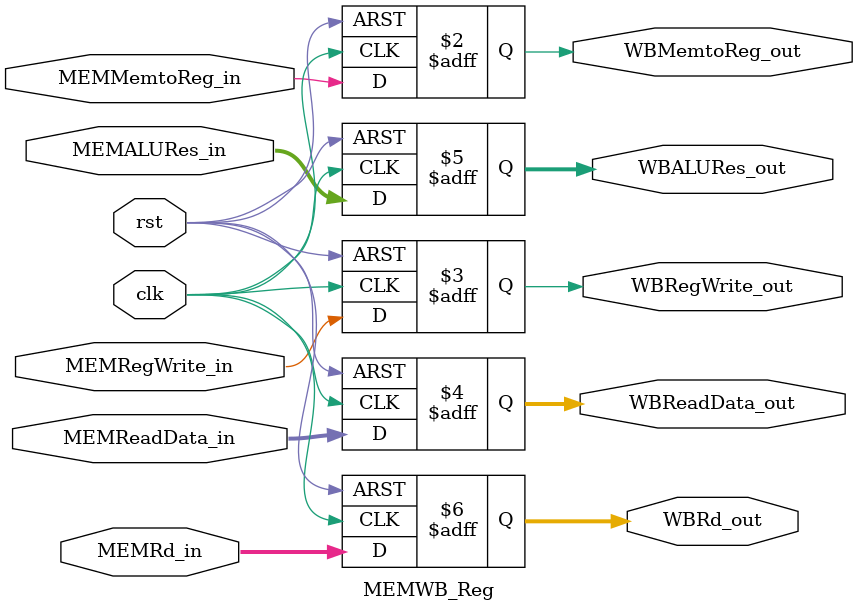
<source format=v>
module MEMWB_Reg(
    input clk, rst,
    // Control signals from MEM stage
    input MEMMemtoReg_in, MEMRegWrite_in,
    
    input [31:0] MEMReadData_in, MEMALURes_in,
    input [4:0] MEMRd_in,

    
    output reg WBMemtoReg_out, WBRegWrite_out,
    output reg [31:0] WBReadData_out, WBALURes_out,
    output reg [4:0] WBRd_out
);

always @(posedge clk or posedge rst) begin
    if (rst) begin
        WBMemtoReg_out <= 1'b0;
        WBRegWrite_out <= 1'b0;
        WBReadData_out <= 32'b0;
        WBALURes_out   <= 32'b0;
        WBRd_out       <= 5'b0;
    end
    else begin
        WBMemtoReg_out <= MEMMemtoReg_in;
        WBRegWrite_out <= MEMRegWrite_in;
        WBReadData_out <= MEMReadData_in;
        WBALURes_out   <= MEMALURes_in;
        WBRd_out       <= MEMRd_in;
    end
end

endmodule

</source>
